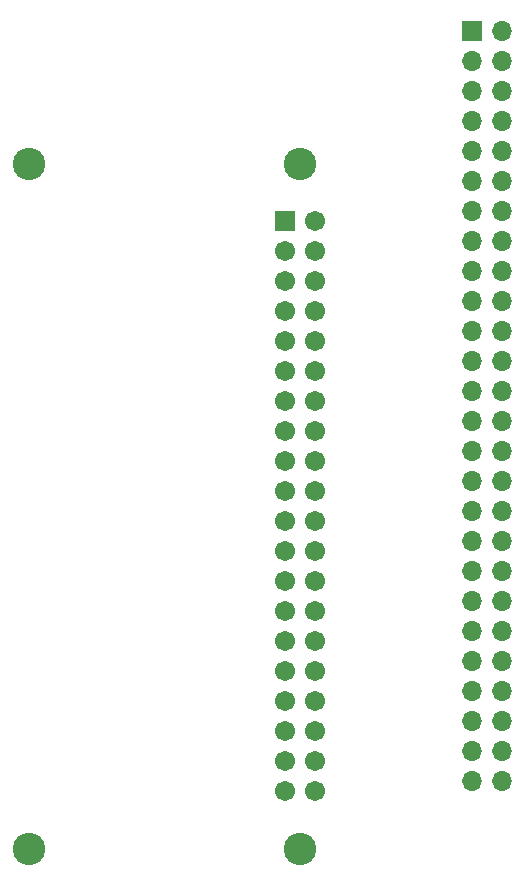
<source format=gbr>
%TF.GenerationSoftware,KiCad,Pcbnew,8.0.0*%
%TF.CreationDate,2024-06-21T11:16:24+02:00*%
%TF.ProjectId,lora,6c6f7261-2e6b-4696-9361-645f70636258,rev?*%
%TF.SameCoordinates,Original*%
%TF.FileFunction,Soldermask,Bot*%
%TF.FilePolarity,Negative*%
%FSLAX46Y46*%
G04 Gerber Fmt 4.6, Leading zero omitted, Abs format (unit mm)*
G04 Created by KiCad (PCBNEW 8.0.0) date 2024-06-21 11:16:24*
%MOMM*%
%LPD*%
G01*
G04 APERTURE LIST*
G04 Aperture macros list*
%AMRoundRect*
0 Rectangle with rounded corners*
0 $1 Rounding radius*
0 $2 $3 $4 $5 $6 $7 $8 $9 X,Y pos of 4 corners*
0 Add a 4 corners polygon primitive as box body*
4,1,4,$2,$3,$4,$5,$6,$7,$8,$9,$2,$3,0*
0 Add four circle primitives for the rounded corners*
1,1,$1+$1,$2,$3*
1,1,$1+$1,$4,$5*
1,1,$1+$1,$6,$7*
1,1,$1+$1,$8,$9*
0 Add four rect primitives between the rounded corners*
20,1,$1+$1,$2,$3,$4,$5,0*
20,1,$1+$1,$4,$5,$6,$7,0*
20,1,$1+$1,$6,$7,$8,$9,0*
20,1,$1+$1,$8,$9,$2,$3,0*%
G04 Aperture macros list end*
%ADD10R,1.700000X1.700000*%
%ADD11O,1.700000X1.700000*%
%ADD12C,2.750000*%
%ADD13RoundRect,0.102000X-0.754000X0.754000X-0.754000X-0.754000X0.754000X-0.754000X0.754000X0.754000X0*%
%ADD14C,1.712000*%
G04 APERTURE END LIST*
D10*
%TO.C,U2*%
X189300000Y-69100000D03*
D11*
X189300000Y-71640000D03*
X189300000Y-74180000D03*
X189300000Y-76720000D03*
X189300000Y-79260000D03*
X189300000Y-81800000D03*
X189300000Y-84340000D03*
X189300000Y-86880000D03*
X189300000Y-89420000D03*
X189300000Y-91960000D03*
X189300000Y-94500000D03*
X189300000Y-97040000D03*
X189300000Y-99580000D03*
X189300000Y-102120000D03*
X189300000Y-104660000D03*
X189300000Y-107200000D03*
X189300000Y-109740000D03*
X189300000Y-112280000D03*
X189300000Y-114820000D03*
X189300000Y-117360000D03*
X189300000Y-119900000D03*
X189300000Y-122440000D03*
X189300000Y-124980000D03*
X189300000Y-127520000D03*
X189300000Y-130060000D03*
X189300000Y-132600000D03*
X191840000Y-132600000D03*
X191840000Y-130060000D03*
X191840000Y-127520000D03*
X191840000Y-124980000D03*
X191840000Y-122440000D03*
X191840000Y-119900000D03*
X191840000Y-117360000D03*
X191840000Y-114820000D03*
X191840000Y-112280000D03*
X191840000Y-109740000D03*
X191840000Y-107200000D03*
X191840000Y-104660000D03*
X191840000Y-102120000D03*
X191840000Y-99580000D03*
X191840000Y-97040000D03*
X191840000Y-94500000D03*
X191840000Y-91960000D03*
X191840000Y-89420000D03*
X191840000Y-86880000D03*
X191840000Y-84340000D03*
X191840000Y-81800000D03*
X191840000Y-79260000D03*
X191840000Y-76720000D03*
X191840000Y-74180000D03*
X191840000Y-71640000D03*
X191840000Y-69100000D03*
%TD*%
D12*
%TO.C,U3*%
X174770000Y-80310000D03*
X151770000Y-80310000D03*
X174770000Y-138310000D03*
X151770000Y-138310000D03*
D13*
X173500000Y-85180000D03*
D14*
X176040000Y-85180000D03*
X173500000Y-87720000D03*
X176040000Y-87720000D03*
X173500000Y-90260000D03*
X176040000Y-90260000D03*
X173500000Y-92800000D03*
X176040000Y-92800000D03*
X173500000Y-95340000D03*
X176040000Y-95340000D03*
X173500000Y-97880000D03*
X176040000Y-97880000D03*
X173500000Y-100420000D03*
X176040000Y-100420000D03*
X173500000Y-102960000D03*
X176040000Y-102960000D03*
X173500000Y-105500000D03*
X176040000Y-105500000D03*
X173500000Y-108040000D03*
X176040000Y-108040000D03*
X173500000Y-110580000D03*
X176040000Y-110580000D03*
X173500000Y-113120000D03*
X176040000Y-113120000D03*
X173500000Y-115660000D03*
X176040000Y-115660000D03*
X173500000Y-118200000D03*
X176040000Y-118200000D03*
X173500000Y-120740000D03*
X176040000Y-120740000D03*
X173500000Y-123280000D03*
X176040000Y-123280000D03*
X173500000Y-125820000D03*
X176040000Y-125820000D03*
X173500000Y-128360000D03*
X176040000Y-128360000D03*
X173500000Y-130900000D03*
X176040000Y-130900000D03*
X173500000Y-133440000D03*
X176040000Y-133440000D03*
%TD*%
M02*

</source>
